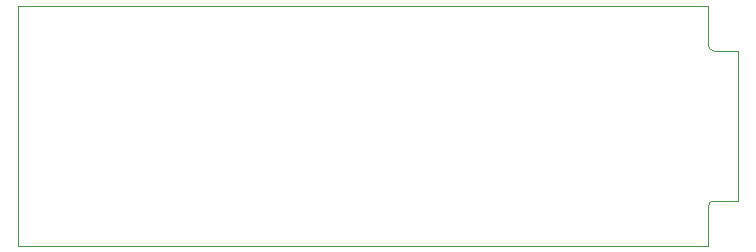
<source format=gbr>
G04 #@! TF.GenerationSoftware,KiCad,Pcbnew,5.1.6+dfsg1-1*
G04 #@! TF.CreationDate,2020-06-20T09:26:13-04:00*
G04 #@! TF.ProjectId,BreadBatt,42726561-6442-4617-9474-2e6b69636164,1*
G04 #@! TF.SameCoordinates,Original*
G04 #@! TF.FileFunction,Profile,NP*
%FSLAX46Y46*%
G04 Gerber Fmt 4.6, Leading zero omitted, Abs format (unit mm)*
G04 Created by KiCad (PCBNEW 5.1.6+dfsg1-1) date 2020-06-20 09:26:13*
%MOMM*%
%LPD*%
G01*
G04 APERTURE LIST*
G04 #@! TA.AperFunction,Profile*
%ADD10C,0.025400*%
G04 #@! TD*
G04 APERTURE END LIST*
D10*
X168910000Y-114808000D02*
G75*
G02*
X169418000Y-114300000I508000J0D01*
G01*
X169418000Y-101600000D02*
G75*
G02*
X168910000Y-101092000I0J508000D01*
G01*
X168910000Y-101092000D02*
X168910000Y-97790000D01*
X168910000Y-118110000D02*
X168910000Y-114808000D01*
X171450000Y-114300000D02*
X169418000Y-114300000D01*
X171450000Y-101600000D02*
X171450000Y-114300000D01*
X169418000Y-101600000D02*
X171450000Y-101600000D01*
X110490000Y-118110000D02*
X168910000Y-118110000D01*
X110490000Y-97790000D02*
X110490000Y-118110000D01*
X168910000Y-97790000D02*
X110490000Y-97790000D01*
M02*

</source>
